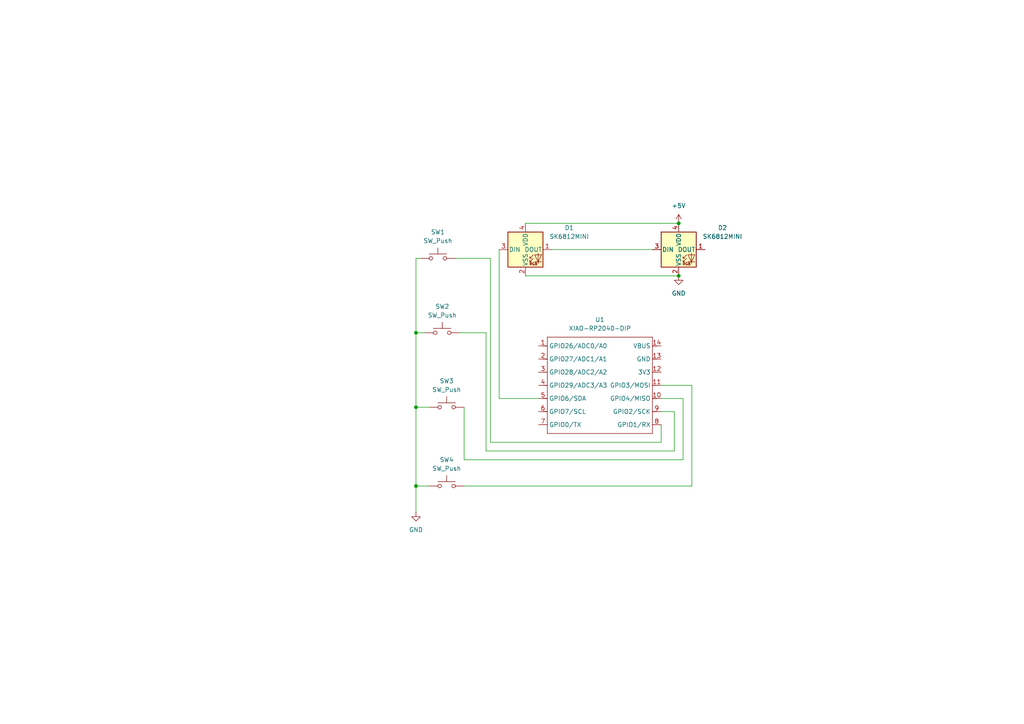
<source format=kicad_sch>
(kicad_sch (version 20231120) (generator "eeschema") (generator_version "8.0")
  (paper "A4")
  (lib_symbols
    (symbol "LED:SK6812MINI" (pin_names (offset 0.254))
      (property "Reference" "D" (at 5.08 5.715 0))
      (property "Value" "SK6812MINI" (at 1.27 -5.715 0))
      (symbol "SK6812MINI_0_0"
        (text "RGB" (at 2.286 -4.191 0) (effects (font (size 0.762 0.762))))
      )
      (symbol "SK6812MINI_0_1"
        (polyline (pts (xy 1.27 -3.556) (xy 1.778 -3.556)))
        (polyline (pts (xy 1.27 -2.54) (xy 1.778 -2.54)))
        (polyline (pts (xy 4.699 -3.556) (xy 2.667 -3.556)))
        (polyline (pts (xy 2.286 -2.54) (xy 1.27 -3.556) (xy 1.27 -3.048)))
        (polyline (pts (xy 2.286 -1.524) (xy 1.27 -2.54) (xy 1.27 -2.032)))
        (polyline (pts (xy 3.683 -1.016) (xy 3.683 -3.556) (xy 3.683 -4.064)))
        (polyline (pts (xy 4.699 -1.524) (xy 2.667 -1.524) (xy 3.683 -3.556) (xy 4.699 -1.524)))
        (rectangle (start 5.08 5.08) (end -5.08 -5.08) (stroke (width 0.254)) (fill (type background)))
      )
      (symbol "SK6812MINI_1_1"
        (pin output line (at 7.62 0 180) (length 2.54) (name "DOUT") (number "1"))
        (pin power_in line (at 0 -7.62 90) (length 2.54) (name "VSS") (number "2"))
        (pin input line (at -7.62 0 0) (length 2.54) (name "DIN") (number "3"))
        (pin power_in line (at 0 7.62 270) (length 2.54) (name "VDD") (number "4"))
      )
    )
    (symbol "OPL:XIAO-RP2040-DIP"
      (property "Reference" "U" (at 0 0 0))
      (property "Value" "XIAO-RP2040-DIP" (at 5.334 -1.778 0))
      (symbol "XIAO-RP2040-DIP_1_0"
        (polyline (pts (xy -1.27 -30.48) (xy -1.27 -16.51)) (stroke (width 0.1524)))
        (polyline (pts (xy -1.27 -27.94) (xy -2.54 -27.94)) (stroke (width 0.1524)))
        (polyline (pts (xy -1.27 -24.13) (xy -2.54 -24.13)) (stroke (width 0.1524)))
        (polyline (pts (xy -1.27 -20.32) (xy -2.54 -20.32)) (stroke (width 0.1524)))
        (polyline (pts (xy -1.27 -16.51) (xy -2.54 -16.51)) (stroke (width 0.1524)))
        (polyline (pts (xy -1.27 -16.51) (xy -1.27 -12.7)) (stroke (width 0.1524)))
        (polyline (pts (xy -1.27 -12.7) (xy -2.54 -12.7)) (stroke (width 0.1524)))
        (polyline (pts (xy -1.27 -12.7) (xy -1.27 -8.89)) (stroke (width 0.1524)))
        (polyline (pts (xy -1.27 -8.89) (xy -2.54 -8.89)) (stroke (width 0.1524)))
        (polyline (pts (xy -1.27 -8.89) (xy -1.27 -5.08)) (stroke (width 0.1524)))
        (polyline (pts (xy -1.27 -5.08) (xy -2.54 -5.08)) (stroke (width 0.1524)))
        (polyline (pts (xy -1.27 -5.08) (xy -1.27 -2.54)) (stroke (width 0.1524)))
        (polyline (pts (xy -1.27 -2.54) (xy 29.21 -2.54)) (stroke (width 0.1524)))
        (polyline (pts (xy 29.21 -30.48) (xy -1.27 -30.48)) (stroke (width 0.1524)))
        (polyline (pts (xy 29.21 -12.7) (xy 29.21 -30.48)) (stroke (width 0.1524)))
        (polyline (pts (xy 29.21 -8.89) (xy 29.21 -12.7)) (stroke (width 0.1524)))
        (polyline (pts (xy 29.21 -5.08) (xy 29.21 -8.89)) (stroke (width 0.1524)))
        (polyline (pts (xy 29.21 -2.54) (xy 29.21 -5.08)) (stroke (width 0.1524)))
        (polyline (pts (xy 30.48 -27.94) (xy 29.21 -27.94)) (stroke (width 0.1524)))
        (polyline (pts (xy 30.48 -24.13) (xy 29.21 -24.13)) (stroke (width 0.1524)))
        (polyline (pts (xy 30.48 -20.32) (xy 29.21 -20.32)) (stroke (width 0.1524)))
        (polyline (pts (xy 30.48 -16.51) (xy 29.21 -16.51)) (stroke (width 0.1524)))
        (polyline (pts (xy 30.48 -12.7) (xy 29.21 -12.7)) (stroke (width 0.1524)))
        (polyline (pts (xy 30.48 -8.89) (xy 29.21 -8.89)) (stroke (width 0.1524)))
        (polyline (pts (xy 30.48 -5.08) (xy 29.21 -5.08)) (stroke (width 0.1524)))
        (pin passive line (at -3.81 -5.08 0) (length 2.54) (name "GPIO26/ADC0/A0") (number "1"))
        (pin passive line (at 31.75 -20.32 180) (length 2.54) (name "GPIO4/MISO") (number "10"))
        (pin passive line (at 31.75 -16.51 180) (length 2.54) (name "GPIO3/MOSI") (number "11"))
        (pin passive line (at 31.75 -12.7 180) (length 2.54) (name "3V3") (number "12"))
        (pin passive line (at 31.75 -8.89 180) (length 2.54) (name "GND") (number "13"))
        (pin passive line (at 31.75 -5.08 180) (length 2.54) (name "VBUS") (number "14"))
        (pin passive line (at -3.81 -8.89 0) (length 2.54) (name "GPIO27/ADC1/A1") (number "2"))
        (pin passive line (at -3.81 -12.7 0) (length 2.54) (name "GPIO28/ADC2/A2") (number "3"))
        (pin passive line (at -3.81 -16.51 0) (length 2.54) (name "GPIO29/ADC3/A3") (number "4"))
        (pin passive line (at -3.81 -20.32 0) (length 2.54) (name "GPIO6/SDA") (number "5"))
        (pin passive line (at -3.81 -24.13 0) (length 2.54) (name "GPIO7/SCL") (number "6"))
        (pin passive line (at -3.81 -27.94 0) (length 2.54) (name "GPIO0/TX") (number "7"))
        (pin passive line (at 31.75 -27.94 180) (length 2.54) (name "GPIO1/RX") (number "8"))
        (pin passive line (at 31.75 -24.13 180) (length 2.54) (name "GPIO2/SCK") (number "9"))
      )
    )
    (symbol "Switch:SW_Push" (pin_numbers hide) (pin_names (offset 1.016) hide)
      (property "Reference" "SW" (at 1.27 2.54 0))
      (property "Value" "SW_Push" (at 0 -1.524 0))
      (symbol "SW_Push_0_1"
        (circle (center -2.032 0) (radius 0.508))
        (polyline (pts (xy 0 1.27) (xy 0 3.048)))
        (polyline (pts (xy 2.54 1.27) (xy -2.54 1.27)))
        (circle (center 2.032 0) (radius 0.508))
        (pin passive line (at -5.08 0 0) (length 2.54) (name "1") (number "1"))
        (pin passive line (at 5.08 0 180) (length 2.54) (name "2") (number "2"))
      )
    )
    (symbol "power:+5V" (power) (pin_numbers hide) (pin_names (offset 0) hide)
      (property "Value" "+5V" (at 0 3.556 0))
      (symbol "+5V_0_1"
        (polyline (pts (xy -0.762 1.27) (xy 0 2.54)))
        (polyline (pts (xy 0 0) (xy 0 2.54)))
        (polyline (pts (xy 0 2.54) (xy 0.762 1.27)))
      )
      (symbol "+5V_1_1"
        (pin power_in line (at 0 0 90) (length 0) (name "~") (number "1"))
      )
    )
    (symbol "power:GND" (power) (pin_numbers hide) (pin_names (offset 0) hide)
      (property "Value" "GND" (at 0 -3.81 0))
      (symbol "GND_0_1"
        (polyline (pts (xy 0 0) (xy 0 -1.27) (xy 1.27 -1.27) (xy 0 -2.54) (xy -1.27 -1.27) (xy 0 -1.27)))
      )
      (symbol "GND_1_1"
        (pin power_in line (at 0 0 270) (length 0) (name "~") (number "1"))
      )
    )
  )
  (junction (at 120.65 118.11))
  (junction (at 196.85 64.77))
  (junction (at 120.65 96.52))
  (junction (at 196.85 80.01))
  (junction (at 120.65 140.97))
  (wire (pts (xy 134.62 133.35) (xy 134.62 118.11)))
  (wire (pts (xy 142.24 128.27) (xy 191.77 128.27)))
  (wire (pts (xy 200.66 140.97) (xy 200.66 111.76)))
  (wire (pts (xy 120.65 74.93) (xy 120.65 96.52)))
  (wire (pts (xy 144.78 115.57) (xy 156.21 115.57)))
  (wire (pts (xy 140.97 96.52) (xy 140.97 130.81)))
  (wire (pts (xy 200.66 111.76) (xy 191.77 111.76)))
  (wire (pts (xy 198.12 115.57) (xy 198.12 133.35)))
  (wire (pts (xy 195.58 130.81) (xy 195.58 119.38)))
  (wire (pts (xy 121.92 74.93) (xy 120.65 74.93)))
  (wire (pts (xy 195.58 119.38) (xy 191.77 119.38)))
  (wire (pts (xy 144.78 72.39) (xy 144.78 115.57)))
  (wire (pts (xy 120.65 118.11) (xy 120.65 140.97)))
  (wire (pts (xy 120.65 140.97) (xy 120.65 148.59)))
  (wire (pts (xy 191.77 128.27) (xy 191.77 123.19)))
  (wire (pts (xy 120.65 96.52) (xy 120.65 118.11)))
  (wire (pts (xy 120.65 118.11) (xy 124.46 118.11)))
  (wire (pts (xy 142.24 74.93) (xy 142.24 128.27)))
  (wire (pts (xy 120.65 96.52) (xy 123.19 96.52)))
  (wire (pts (xy 134.62 140.97) (xy 200.66 140.97)))
  (wire (pts (xy 120.65 140.97) (xy 124.46 140.97)))
  (wire (pts (xy 152.4 80.01) (xy 196.85 80.01)))
  (wire (pts (xy 133.35 96.52) (xy 140.97 96.52)))
  (wire (pts (xy 152.4 64.77) (xy 196.85 64.77)))
  (wire (pts (xy 140.97 130.81) (xy 195.58 130.81)))
  (wire (pts (xy 132.08 74.93) (xy 142.24 74.93)))
  (wire (pts (xy 198.12 133.35) (xy 134.62 133.35)))
  (wire (pts (xy 191.77 115.57) (xy 198.12 115.57)))
  (wire (pts (xy 160.02 72.39) (xy 189.23 72.39)))
  (symbol (lib_id "power:GND") (at 120.65 148.59 0) (unit 1)
    (property "Reference" "#PWR03" (effects (hide yes)))
    (property "Value" "GND" (at 120.65 153.67 0))
    (property "Description" "Power symbol creates a global label with name \"GND\" , ground" (effects (hide yes)))
  )
  (symbol (lib_id "Switch:SW_Push") (at 129.54 140.97 0) (unit 1)
    (property "Reference" "SW4" (at 129.54 133.35 0))
    (property "Value" "SW_Push" (at 129.54 135.89 0))
    (property "Footprint" "Button_Switch_Keyboard:SW_Cherry_MX_1.00u_PCB" (effects (hide yes)))
    (property "Description" "Push button switch, generic, two pins" (effects (hide yes)))
  )
  (symbol (lib_id "Switch:SW_Push") (at 129.54 118.11 0) (unit 1)
    (property "Reference" "SW3" (at 129.54 110.49 0))
    (property "Value" "SW_Push" (at 129.54 113.03 0))
    (property "Footprint" "Button_Switch_Keyboard:SW_Cherry_MX_1.00u_PCB" (effects (hide yes)))
    (property "Description" "Push button switch, generic, two pins" (effects (hide yes)))
  )
  (symbol (lib_id "LED:SK6812MINI") (at 196.85 72.39 0) (unit 1)
    (property "Reference" "D2" (at 209.55 66.0714 0))
    (property "Value" "SK6812MINI" (at 209.55 68.6114 0))
    (property "Footprint" "LED_SMD:LED_SK6812MINI_PLCC4_3.5x3.5mm_P1.75mm" (effects (hide yes)))
    (property "Datasheet" "https://cdn-shop.adafruit.com/product-files/2686/SK6812MINI_REV.01-1-2.pdf" (effects (hide yes)))
    (property "Description" "RGB LED with integrated controller" (effects (hide yes)))
  )
  (symbol (lib_id "power:GND") (at 196.85 80.01 0) (unit 1)
    (property "Reference" "#PWR01" (effects (hide yes)))
    (property "Value" "GND" (at 196.85 85.09 0))
    (property "Description" "Power symbol creates a global label with name \"GND\" , ground" (effects (hide yes)))
  )
  (symbol (lib_id "LED:SK6812MINI") (at 152.4 72.39 0) (unit 1)
    (property "Reference" "D1" (at 165.1 66.0714 0))
    (property "Value" "SK6812MINI" (at 165.1 68.6114 0))
    (property "Footprint" "LED_SMD:LED_SK6812MINI_PLCC4_3.5x3.5mm_P1.75mm" (effects (hide yes)))
    (property "Datasheet" "https://cdn-shop.adafruit.com/product-files/2686/SK6812MINI_REV.01-1-2.pdf" (effects (hide yes)))
    (property "Description" "RGB LED with integrated controller" (effects (hide yes)))
  )
  (symbol (lib_id "power:+5V") (at 196.85 64.77 0) (unit 1)
    (property "Reference" "#PWR02" (effects (hide yes)))
    (property "Value" "+5V" (at 196.85 59.69 0))
    (property "Description" "Power symbol creates a global label with name \"+5V\"" (effects (hide yes)))
  )
  (symbol (lib_id "Switch:SW_Push") (at 127 74.93 0) (unit 1)
    (property "Reference" "SW1" (at 127 67.31 0))
    (property "Value" "SW_Push" (at 127 69.85 0))
    (property "Footprint" "Button_Switch_Keyboard:SW_Cherry_MX_1.00u_PCB" (effects (hide yes)))
    (property "Description" "Push button switch, generic, two pins" (effects (hide yes)))
  )
  (symbol (lib_id "OPL:XIAO-RP2040-DIP") (at 160.02 95.25 0) (unit 1)
    (property "Reference" "U1" (at 173.99 92.71 0))
    (property "Value" "XIAO-RP2040-DIP" (at 173.99 95.25 0))
    (property "Footprint" "OPL:XIAO-RP2040-DIP" (effects (hide yes)))
  )
  (symbol (lib_id "Switch:SW_Push") (at 128.27 96.52 0) (unit 1)
    (property "Reference" "SW2" (at 128.27 88.9 0))
    (property "Value" "SW_Push" (at 128.27 91.44 0))
    (property "Footprint" "Button_Switch_Keyboard:SW_Cherry_MX_1.00u_PCB" (effects (hide yes)))
    (property "Description" "Push button switch, generic, two pins" (effects (hide yes)))
  )
)
</source>
